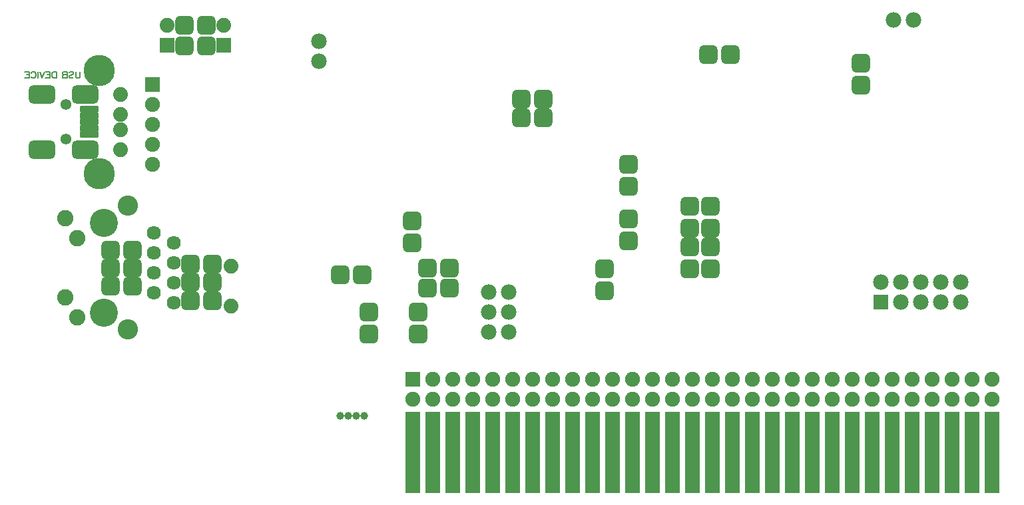
<source format=gbs>
G04*
G04  File:            ZXINET.GBS, Wed Apr 03 20:41:27 2019*
G04  Source:          P-CAD 2006 PCB, Version 19.02.958, (Z:\home\lvd\d\zxiznet\pcad\revD\zxinet.pcb)*
G04  Format:          Gerber Format (RS-274-D), ASCII*
G04*
G04  Format Options:  Absolute Positioning*
G04                   Leading-Zero Suppression*
G04                   Scale Factor 1:1*
G04                   NO Circular Interpolation*
G04                   Millimeter Units*
G04                   Numeric Format: 4.4 (XXXX.XXXX)*
G04                   G54 NOT Used for Aperture Change*
G04                   Apertures Embedded*
G04*
G04  File Options:    Offset = (0.000mm,0.000mm)*
G04                   Drill Symbol Size = 2.032mm*
G04                   No Pad/Via Holes*
G04*
G04  File Contents:   Pads*
G04                   No Vias*
G04                   No Designators*
G04                   No Types*
G04                   No Values*
G04                   No Drill Symbols*
G04                   Bot Mask*
G04*
%INZXINET.GBS*%
%ICAS*%
%MOMM*%
G04*
G04  Aperture MACROs for general use --- invoked via D-code assignment *
G04*
G04  General MACRO for flashed round with rotation and/or offset hole *
%AMROTOFFROUND*
1,1,$1,0.0000,0.0000*
1,0,$2,$3,$4*%
G04*
G04  General MACRO for flashed oval (obround) with rotation and/or offset hole *
%AMROTOFFOVAL*
21,1,$1,$2,0.0000,0.0000,$3*
1,1,$4,$5,$6*
1,1,$4,0-$5,0-$6*
1,0,$7,$8,$9*%
G04*
G04  General MACRO for flashed oval (obround) with rotation and no hole *
%AMROTOVALNOHOLE*
21,1,$1,$2,0.0000,0.0000,$3*
1,1,$4,$5,$6*
1,1,$4,0-$5,0-$6*%
G04*
G04  General MACRO for flashed rectangle with rotation and/or offset hole *
%AMROTOFFRECT*
21,1,$1,$2,0.0000,0.0000,$3*
1,0,$4,$5,$6*%
G04*
G04  General MACRO for flashed rectangle with rotation and no hole *
%AMROTRECTNOHOLE*
21,1,$1,$2,0.0000,0.0000,$3*%
G04*
G04  General MACRO for flashed rounded-rectangle *
%AMROUNDRECT*
21,1,$1,$2-$4,0.0000,0.0000,$3*
21,1,$1-$4,$2,0.0000,0.0000,$3*
1,1,$4,$5,$6*
1,1,$4,$7,$8*
1,1,$4,0-$5,0-$6*
1,1,$4,0-$7,0-$8*
1,0,$9,$10,$11*%
G04*
G04  General MACRO for flashed rounded-rectangle with rotation and no hole *
%AMROUNDRECTNOHOLE*
21,1,$1,$2-$4,0.0000,0.0000,$3*
21,1,$1-$4,$2,0.0000,0.0000,$3*
1,1,$4,$5,$6*
1,1,$4,$7,$8*
1,1,$4,0-$5,0-$6*
1,1,$4,0-$7,0-$8*%
G04*
G04  General MACRO for flashed regular polygon *
%AMREGPOLY*
5,1,$1,0.0000,0.0000,$2,$3+$4*
1,0,$5,$6,$7*%
G04*
G04  General MACRO for flashed regular polygon with no hole *
%AMREGPOLYNOHOLE*
5,1,$1,0.0000,0.0000,$2,$3+$4*%
G04*
G04  General MACRO for target *
%AMTARGET*
6,0,0,$1,$2,$3,4,$4,$5,$6*%
G04*
G04  General MACRO for mounting hole *
%AMMTHOLE*
1,1,$1,0,0*
1,0,$2,0,0*
$1=$1-$2*
$1=$1/2*
21,1,$2+$1,$3,0,0,$4*
21,1,$3,$2+$1,0,0,$4*%
G04*
G04*
G04  D10 : "Ellipse X0.254mm Y0.254mm H0.000mm 0.0deg (0.000mm,0.000mm) Draw"*
G04  Disc: OuterDia=0.2540*
%ADD10C, 0.2540*%
G04  D11 : "Ellipse X0.381mm Y0.381mm H0.000mm 0.0deg (0.000mm,0.000mm) Draw"*
G04  Disc: OuterDia=0.3810*
%ADD11C, 0.3810*%
G04  D12 : "Ellipse X0.500mm Y0.500mm H0.000mm 0.0deg (0.000mm,0.000mm) Draw"*
G04  Disc: OuterDia=0.5000*
%ADD12C, 0.5000*%
G04  D13 : "Ellipse X0.070mm Y0.070mm H0.000mm 0.0deg (0.000mm,0.000mm) Draw"*
G04  Disc: OuterDia=0.0700*
%ADD13C, 0.0700*%
G04  D14 : "Ellipse X0.600mm Y0.600mm H0.000mm 0.0deg (0.000mm,0.000mm) Draw"*
G04  Disc: OuterDia=0.6000*
%ADD14C, 0.6000*%
G04  D15 : "Ellipse X0.700mm Y0.700mm H0.000mm 0.0deg (0.000mm,0.000mm) Draw"*
G04  Disc: OuterDia=0.7000*
%ADD15C, 0.7000*%
G04  D16 : "Ellipse X0.100mm Y0.100mm H0.000mm 0.0deg (0.000mm,0.000mm) Draw"*
G04  Disc: OuterDia=0.1000*
%ADD16C, 0.1000*%
G04  D17 : "Ellipse X1.000mm Y1.000mm H0.000mm 0.0deg (0.000mm,0.000mm) Draw"*
G04  Disc: OuterDia=1.0000*
%ADD17C, 1.0000*%
G04  D18 : "Ellipse X0.127mm Y0.127mm H0.000mm 0.0deg (0.000mm,0.000mm) Draw"*
G04  Disc: OuterDia=0.1270*
%ADD18C, 0.1270*%
G04  D19 : "Ellipse X0.150mm Y0.150mm H0.000mm 0.0deg (0.000mm,0.000mm) Draw"*
G04  Disc: OuterDia=0.1500*
%ADD19C, 0.1500*%
G04  D20 : "Ellipse X0.200mm Y0.200mm H0.000mm 0.0deg (0.000mm,0.000mm) Draw"*
G04  Disc: OuterDia=0.2000*
%ADD20C, 0.2000*%
G04  D21 : "Ellipse X0.250mm Y0.250mm H0.000mm 0.0deg (0.000mm,0.000mm) Draw"*
G04  Disc: OuterDia=0.2500*
%ADD21C, 0.2500*%
G04  D22 : "Ellipse X0.250mm Y0.250mm H0.000mm 0.0deg (0.000mm,0.000mm) Draw"*
G04  Disc: OuterDia=0.2500*
%ADD22C, 0.2500*%
G04  D23 : "Ellipse X2.581mm Y2.581mm H0.000mm 0.0deg (0.000mm,0.000mm) Flash"*
G04  Disc: OuterDia=2.5810*
%ADD23C, 2.5810*%
G04  D24 : "Ellipse X3.581mm Y3.581mm H0.000mm 0.0deg (0.000mm,0.000mm) Flash"*
G04  Disc: OuterDia=3.5810*
%ADD24C, 3.5810*%
G04  D25 : "Ellipse X3.600mm Y3.600mm H0.000mm 0.0deg (0.000mm,0.000mm) Flash"*
G04  Disc: OuterDia=3.6000*
%ADD25C, 3.6000*%
G04  D26 : "Ellipse X3.981mm Y3.981mm H0.000mm 0.0deg (0.000mm,0.000mm) Flash"*
G04  Disc: OuterDia=3.9810*
%ADD26C, 3.9810*%
G04  D27 : "Ellipse X0.981mm Y0.981mm H0.000mm 0.0deg (0.000mm,0.000mm) Flash"*
G04  Disc: OuterDia=0.9810*
%ADD27C, 0.9810*%
G04  D28 : "Ellipse X1.381mm Y1.381mm H0.000mm 0.0deg (0.000mm,0.000mm) Flash"*
G04  Disc: OuterDia=1.3810*
%ADD28C, 1.3810*%
G04  D29 : "Ellipse X1.400mm Y1.400mm H0.000mm 0.0deg (0.000mm,0.000mm) Flash"*
G04  Disc: OuterDia=1.4000*
%ADD29C, 1.4000*%
G04  D30 : "Ellipse X1.500mm Y1.500mm H0.000mm 0.0deg (0.000mm,0.000mm) Flash"*
G04  Disc: OuterDia=1.5000*
%ADD30C, 1.5000*%
G04  D31 : "Ellipse X1.524mm Y1.524mm H0.000mm 0.0deg (0.000mm,0.000mm) Flash"*
G04  Disc: OuterDia=1.5240*
%ADD31C, 1.5240*%
G04  D32 : "Ellipse X1.600mm Y1.600mm H0.000mm 0.0deg (0.000mm,0.000mm) Flash"*
G04  Disc: OuterDia=1.6000*
%ADD32C, 1.6000*%
G04  D33 : "Ellipse X1.700mm Y1.700mm H0.000mm 0.0deg (0.000mm,0.000mm) Flash"*
G04  Disc: OuterDia=1.7000*
%ADD33C, 1.7000*%
G04  D34 : "Ellipse X1.781mm Y1.781mm H0.000mm 0.0deg (0.000mm,0.000mm) Flash"*
G04  Disc: OuterDia=1.7810*
%ADD34C, 1.7810*%
G04  D35 : "Ellipse X1.881mm Y1.881mm H0.000mm 0.0deg (0.000mm,0.000mm) Flash"*
G04  Disc: OuterDia=1.8810*
%ADD35C, 1.8810*%
G04  D36 : "Ellipse X1.905mm Y1.905mm H0.000mm 0.0deg (0.000mm,0.000mm) Flash"*
G04  Disc: OuterDia=1.9050*
%ADD36C, 1.9050*%
G04  D37 : "Ellipse X1.981mm Y1.981mm H0.000mm 0.0deg (0.000mm,0.000mm) Flash"*
G04  Disc: OuterDia=1.9810*
%ADD37C, 1.9810*%
G04  D38 : "Ellipse X2.081mm Y2.081mm H0.000mm 0.0deg (0.000mm,0.000mm) Flash"*
G04  Disc: OuterDia=2.0810*
%ADD38C, 2.0810*%
G04  D39 : "Ellipse X2.200mm Y2.200mm H0.000mm 0.0deg (0.000mm,0.000mm) Flash"*
G04  Disc: OuterDia=2.2000*
%ADD39C, 2.2000*%
G04  D40 : "Mounting Hole X3.200mm Y3.200mm H0.000mm 0.0deg (0.000mm,0.000mm) Flash"*
G04  Mounting Hole: Diameter=3.2000, Rotation=0.0, LineWidth=0.1270 *
%ADD40MTHOLE, 3.2000 X2.6920 X0.1270 X0.0*%
G04  D41 : "Mounting Hole X0.600mm Y0.600mm H0.000mm 0.0deg (0.000mm,0.000mm) Flash"*
G04  Mounting Hole: Diameter=0.6000, Rotation=0.0, LineWidth=0.1270 *
%ADD41MTHOLE, 0.6000 X0.0920 X0.1270 X0.0*%
G04  D42 : "Mounting Hole X1.000mm Y1.000mm H0.000mm 0.0deg (0.000mm,0.000mm) Flash"*
G04  Mounting Hole: Diameter=1.0000, Rotation=0.0, LineWidth=0.1270 *
%ADD42MTHOLE, 1.0000 X0.4920 X0.1270 X0.0*%
G04  D43 : "Rounded Rectangle X2.581mm Y2.381mm H0.000mm 0.0deg (0.000mm,0.000mm) Flash"*
G04  RoundRct: DimX=2.5810, DimY=2.3810, CornerRad=0.5953, Rotation=0.0, OffsetX=0.0000, OffsetY=0.0000, HoleDia=0.0000 *
%ADD43ROUNDRECTNOHOLE, 2.5810 X2.3810 X0.0 X1.1905 X-0.6953 X-0.5953 X-0.6953 X0.5953*%
G04  D44 : "Rounded Rectangle X2.881mm Y2.881mm H0.000mm 0.0deg (0.000mm,0.000mm) Flash"*
G04  RoundRct: DimX=2.8810, DimY=2.8810, CornerRad=0.7203, Rotation=0.0, OffsetX=0.0000, OffsetY=0.0000, HoleDia=0.0000 *
%ADD44ROUNDRECTNOHOLE, 2.8810 X2.8810 X0.0 X1.4405 X-0.7203 X-0.7203 X-0.7203 X0.7203*%
G04  D45 : "Rounded Rectangle X3.000mm Y1.600mm H0.000mm 0.0deg (0.000mm,0.000mm) Flash"*
G04  RoundRct: DimX=3.0000, DimY=1.6000, CornerRad=0.4000, Rotation=0.0, OffsetX=0.0000, OffsetY=0.0000, HoleDia=0.0000 *
%ADD45ROUNDRECTNOHOLE, 3.0000 X1.6000 X0.0 X0.8000 X-1.1000 X-0.4000 X-1.1000 X0.4000*%
G04  D46 : "Rounded Rectangle X2.000mm Y3.000mm H0.000mm 0.0deg (0.000mm,0.000mm) Flash"*
G04  RoundRct: DimX=2.0000, DimY=3.0000, CornerRad=0.5000, Rotation=0.0, OffsetX=0.0000, OffsetY=0.0000, HoleDia=0.0000 *
%ADD46ROUNDRECTNOHOLE, 2.0000 X3.0000 X0.0 X1.0000 X-0.5000 X-1.0000 X-0.5000 X1.0000*%
G04  D47 : "Rounded Rectangle X3.381mm Y1.981mm H0.000mm 0.0deg (0.000mm,0.000mm) Flash"*
G04  RoundRct: DimX=3.3810, DimY=1.9810, CornerRad=0.4953, Rotation=0.0, OffsetX=0.0000, OffsetY=0.0000, HoleDia=0.0000 *
%ADD47ROUNDRECTNOHOLE, 3.3810 X1.9810 X0.0 X0.9905 X-1.1953 X-0.4953 X-1.1953 X0.4953*%
G04  D48 : "Rounded Rectangle X2.381mm Y3.381mm H0.000mm 0.0deg (0.000mm,0.000mm) Flash"*
G04  RoundRct: DimX=2.3810, DimY=3.3810, CornerRad=0.5953, Rotation=0.0, OffsetX=0.0000, OffsetY=0.0000, HoleDia=0.0000 *
%ADD48ROUNDRECTNOHOLE, 2.3810 X3.3810 X0.0 X1.1905 X-0.5953 X-1.0953 X-0.5953 X1.0953*%
G04  D49 : "Rounded Rectangle X2.000mm Y0.500mm H0.000mm 0.0deg (0.000mm,0.000mm) Flash"*
G04  RoundRct: DimX=2.0000, DimY=0.5000, CornerRad=0.1250, Rotation=0.0, OffsetX=0.0000, OffsetY=0.0000, HoleDia=0.0000 *
%ADD49ROUNDRECTNOHOLE, 2.0000 X0.5000 X0.0 X0.2500 X-0.8750 X-0.1250 X-0.8750 X0.1250*%
G04  D50 : "Rounded Rectangle X6.200mm Y5.800mm H0.000mm 0.0deg (0.000mm,0.000mm) Flash"*
G04  RoundRct: DimX=6.2000, DimY=5.8000, CornerRad=1.4500, Rotation=0.0, OffsetX=0.0000, OffsetY=0.0000, HoleDia=0.0000 *
%ADD50ROUNDRECTNOHOLE, 6.2000 X5.8000 X0.0 X2.9000 X-1.6500 X-1.4500 X-1.6500 X1.4500*%
G04  D51 : "Rounded Rectangle X6.581mm Y6.181mm H0.000mm 0.0deg (0.000mm,0.000mm) Flash"*
G04  RoundRct: DimX=6.5810, DimY=6.1810, CornerRad=1.5453, Rotation=0.0, OffsetX=0.0000, OffsetY=0.0000, HoleDia=0.0000 *
%ADD51ROUNDRECTNOHOLE, 6.5810 X6.1810 X0.0 X3.0905 X-1.7453 X-1.5453 X-1.7453 X1.5453*%
G04  D52 : "Rounded Rectangle X1.300mm Y0.700mm H0.000mm 0.0deg (0.000mm,0.000mm) Flash"*
G04  RoundRct: DimX=1.3000, DimY=0.7000, CornerRad=0.1750, Rotation=0.0, OffsetX=0.0000, OffsetY=0.0000, HoleDia=0.0000 *
%ADD52ROUNDRECTNOHOLE, 1.3000 X0.7000 X0.0 X0.3500 X-0.4750 X-0.1750 X-0.4750 X0.1750*%
G04  D53 : "Rounded Rectangle X2.381mm Y0.881mm H0.000mm 0.0deg (0.000mm,0.000mm) Flash"*
G04  RoundRct: DimX=2.3810, DimY=0.8810, CornerRad=0.2203, Rotation=0.0, OffsetX=0.0000, OffsetY=0.0000, HoleDia=0.0000 *
%ADD53ROUNDRECTNOHOLE, 2.3810 X0.8810 X0.0 X0.4405 X-0.9703 X-0.2203 X-0.9703 X0.2203*%
G04  D54 : "Rounded Rectangle X1.681mm Y1.081mm H0.000mm 0.0deg (0.000mm,0.000mm) Flash"*
G04  RoundRct: DimX=1.6810, DimY=1.0810, CornerRad=0.2703, Rotation=0.0, OffsetX=0.0000, OffsetY=0.0000, HoleDia=0.0000 *
%ADD54ROUNDRECTNOHOLE, 1.6810 X1.0810 X0.0 X0.5405 X-0.5702 X-0.2703 X-0.5702 X0.2703*%
G04  D55 : "Rounded Rectangle X1.500mm Y2.000mm H0.000mm 0.0deg (0.000mm,0.000mm) Flash"*
G04  RoundRct: DimX=1.5000, DimY=2.0000, CornerRad=0.3750, Rotation=0.0, OffsetX=0.0000, OffsetY=0.0000, HoleDia=0.0000 *
%ADD55ROUNDRECTNOHOLE, 1.5000 X2.0000 X0.0 X0.7500 X-0.3750 X-0.6250 X-0.3750 X0.6250*%
G04  D56 : "Rounded Rectangle X2.000mm Y1.500mm H0.000mm 0.0deg (0.000mm,0.000mm) Flash"*
G04  RoundRct: DimX=2.0000, DimY=1.5000, CornerRad=0.3750, Rotation=0.0, OffsetX=0.0000, OffsetY=0.0000, HoleDia=0.0000 *
%ADD56ROUNDRECTNOHOLE, 2.0000 X1.5000 X0.0 X0.7500 X-0.6250 X-0.3750 X-0.6250 X0.3750*%
G04  D57 : "Rounded Rectangle X1.600mm Y0.300mm H0.000mm 0.0deg (0.000mm,0.000mm) Flash"*
G04  RoundRct: DimX=1.6000, DimY=0.3000, CornerRad=0.0750, Rotation=0.0, OffsetX=0.0000, OffsetY=0.0000, HoleDia=0.0000 *
%ADD57ROUNDRECTNOHOLE, 1.6000 X0.3000 X0.0 X0.1500 X-0.7250 X-0.0750 X-0.7250 X0.0750*%
G04  D58 : "Rounded Rectangle X0.300mm Y1.600mm H0.000mm 0.0deg (0.000mm,0.000mm) Flash"*
G04  RoundRct: DimX=0.3000, DimY=1.6000, CornerRad=0.0750, Rotation=0.0, OffsetX=0.0000, OffsetY=0.0000, HoleDia=0.0000 *
%ADD58ROUNDRECTNOHOLE, 0.3000 X1.6000 X0.0 X0.1500 X-0.0750 X-0.7250 X-0.0750 X0.7250*%
G04  D59 : "Rounded Rectangle X3.000mm Y1.700mm H0.000mm 0.0deg (0.000mm,0.000mm) Flash"*
G04  RoundRct: DimX=3.0000, DimY=1.7000, CornerRad=0.4250, Rotation=0.0, OffsetX=0.0000, OffsetY=0.0000, HoleDia=0.0000 *
%ADD59ROUNDRECTNOHOLE, 3.0000 X1.7000 X0.0 X0.8500 X-1.0750 X-0.4250 X-1.0750 X0.4250*%
G04  D60 : "Rounded Rectangle X1.881mm Y2.381mm H0.000mm 0.0deg (0.000mm,0.000mm) Flash"*
G04  RoundRct: DimX=1.8810, DimY=2.3810, CornerRad=0.4703, Rotation=0.0, OffsetX=0.0000, OffsetY=0.0000, HoleDia=0.0000 *
%ADD60ROUNDRECTNOHOLE, 1.8810 X2.3810 X0.0 X0.9405 X-0.4703 X-0.7203 X-0.4703 X0.7203*%
G04  D61 : "Rounded Rectangle X2.381mm Y1.881mm H0.000mm 0.0deg (0.000mm,0.000mm) Flash"*
G04  RoundRct: DimX=2.3810, DimY=1.8810, CornerRad=0.4703, Rotation=0.0, OffsetX=0.0000, OffsetY=0.0000, HoleDia=0.0000 *
%ADD61ROUNDRECTNOHOLE, 2.3810 X1.8810 X0.0 X0.9405 X-0.7203 X-0.4703 X-0.7203 X0.4703*%
G04  D62 : "Rounded Rectangle X1.981mm Y0.681mm H0.000mm 0.0deg (0.000mm,0.000mm) Flash"*
G04  RoundRct: DimX=1.9810, DimY=0.6810, CornerRad=0.1703, Rotation=0.0, OffsetX=0.0000, OffsetY=0.0000, HoleDia=0.0000 *
%ADD62ROUNDRECTNOHOLE, 1.9810 X0.6810 X0.0 X0.3405 X-0.8203 X-0.1703 X-0.8203 X0.1703*%
G04  D63 : "Rounded Rectangle X0.681mm Y1.981mm H0.000mm 0.0deg (0.000mm,0.000mm) Flash"*
G04  RoundRct: DimX=0.6810, DimY=1.9810, CornerRad=0.1703, Rotation=0.0, OffsetX=0.0000, OffsetY=0.0000, HoleDia=0.0000 *
%ADD63ROUNDRECTNOHOLE, 0.6810 X1.9810 X0.0 X0.3405 X-0.1703 X-0.8203 X-0.1703 X0.8203*%
G04  D64 : "Rounded Rectangle X3.000mm Y2.000mm H0.000mm 0.0deg (0.000mm,0.000mm) Flash"*
G04  RoundRct: DimX=3.0000, DimY=2.0000, CornerRad=0.5000, Rotation=0.0, OffsetX=0.0000, OffsetY=0.0000, HoleDia=0.0000 *
%ADD64ROUNDRECTNOHOLE, 3.0000 X2.0000 X0.0 X1.0000 X-1.0000 X-0.5000 X-1.0000 X0.5000*%
G04  D65 : "Rounded Rectangle X2.000mm Y0.650mm H0.000mm 0.0deg (0.000mm,0.000mm) Flash"*
G04  RoundRct: DimX=2.0000, DimY=0.6500, CornerRad=0.1625, Rotation=0.0, OffsetX=0.0000, OffsetY=0.0000, HoleDia=0.0000 *
%ADD65ROUNDRECTNOHOLE, 2.0000 X0.6500 X0.0 X0.3250 X-0.8375 X-0.1625 X-0.8375 X0.1625*%
G04  D66 : "Rounded Rectangle X2.000mm Y2.000mm H0.000mm 0.0deg (0.000mm,0.000mm) Flash"*
G04  RoundRct: DimX=2.0000, DimY=2.0000, CornerRad=0.5000, Rotation=0.0, OffsetX=0.0000, OffsetY=0.0000, HoleDia=0.0000 *
%ADD66ROUNDRECTNOHOLE, 2.0000 X2.0000 X0.0 X1.0000 X-0.5000 X-0.5000 X-0.5000 X0.5000*%
G04  D67 : "Rounded Rectangle X3.381mm Y2.081mm H0.000mm 0.0deg (0.000mm,0.000mm) Flash"*
G04  RoundRct: DimX=3.3810, DimY=2.0810, CornerRad=0.5202, Rotation=0.0, OffsetX=0.0000, OffsetY=0.0000, HoleDia=0.0000 *
%ADD67ROUNDRECTNOHOLE, 3.3810 X2.0810 X0.0 X1.0405 X-1.1703 X-0.5202 X-1.1703 X0.5202*%
G04  D68 : "Rounded Rectangle X2.200mm Y2.000mm H0.000mm 0.0deg (0.000mm,0.000mm) Flash"*
G04  RoundRct: DimX=2.2000, DimY=2.0000, CornerRad=0.5000, Rotation=0.0, OffsetX=0.0000, OffsetY=0.0000, HoleDia=0.0000 *
%ADD68ROUNDRECTNOHOLE, 2.2000 X2.0000 X0.0 X1.0000 X-0.6000 X-0.5000 X-0.6000 X0.5000*%
G04  D69 : "Rounded Rectangle X3.381mm Y2.381mm H0.000mm 0.0deg (0.000mm,0.000mm) Flash"*
G04  RoundRct: DimX=3.3810, DimY=2.3810, CornerRad=0.5953, Rotation=0.0, OffsetX=0.0000, OffsetY=0.0000, HoleDia=0.0000 *
%ADD69ROUNDRECTNOHOLE, 3.3810 X2.3810 X0.0 X1.1905 X-1.0953 X-0.5953 X-1.0953 X0.5953*%
G04  D70 : "Rounded Rectangle X2.381mm Y1.031mm H0.000mm 0.0deg (0.000mm,0.000mm) Flash"*
G04  RoundRct: DimX=2.3810, DimY=1.0310, CornerRad=0.2578, Rotation=0.0, OffsetX=0.0000, OffsetY=0.0000, HoleDia=0.0000 *
%ADD70ROUNDRECTNOHOLE, 2.3810 X1.0310 X0.0 X0.5155 X-0.9328 X-0.2578 X-0.9328 X0.2578*%
G04  D71 : "Rounded Rectangle X2.381mm Y2.381mm H0.000mm 0.0deg (0.000mm,0.000mm) Flash"*
G04  RoundRct: DimX=2.3810, DimY=2.3810, CornerRad=0.5953, Rotation=0.0, OffsetX=0.0000, OffsetY=0.0000, HoleDia=0.0000 *
%ADD71ROUNDRECTNOHOLE, 2.3810 X2.3810 X0.0 X1.1905 X-0.5953 X-0.5953 X-0.5953 X0.5953*%
G04  D72 : "Rounded Rectangle X2.500mm Y2.500mm H0.000mm 0.0deg (0.000mm,0.000mm) Flash"*
G04  RoundRct: DimX=2.5000, DimY=2.5000, CornerRad=0.6250, Rotation=0.0, OffsetX=0.0000, OffsetY=0.0000, HoleDia=0.0000 *
%ADD72ROUNDRECTNOHOLE, 2.5000 X2.5000 X0.0 X1.2500 X-0.6250 X-0.6250 X-0.6250 X0.6250*%
G04  D73 : "Rectangle X1.500mm Y10.000mm H0.000mm 0.0deg (0.000mm,0.000mm) Flash"*
G04  Rectangular: DimX=1.5000, DimY=10.0000, Rotation=0.0, OffsetX=0.0000, OffsetY=0.0000, HoleDia=0.0000 *
%ADD73R, 1.5000 X10.0000*%
G04  D74 : "Rectangle X1.500mm Y1.500mm H0.000mm 0.0deg (0.000mm,0.000mm) Flash"*
G04  Square: Side=1.5000, Rotation=0.0, OffsetX=0.0000, OffsetY=0.0000, HoleDia=0.0000*
%ADD74R, 1.5000 X1.5000*%
G04  D75 : "Rectangle X1.524mm Y1.524mm H0.000mm 0.0deg (0.000mm,0.000mm) Flash"*
G04  Square: Side=1.5240, Rotation=0.0, OffsetX=0.0000, OffsetY=0.0000, HoleDia=0.0000*
%ADD75R, 1.5240 X1.5240*%
G04  D76 : "Rectangle X1.600mm Y0.300mm H0.000mm 0.0deg (0.000mm,0.000mm) Flash"*
G04  Rectangular: DimX=1.6000, DimY=0.3000, Rotation=0.0, OffsetX=0.0000, OffsetY=0.0000, HoleDia=0.0000 *
%ADD76R, 1.6000 X0.3000*%
G04  D77 : "Rectangle X0.300mm Y1.600mm H0.000mm 0.0deg (0.000mm,0.000mm) Flash"*
G04  Rectangular: DimX=0.3000, DimY=1.6000, Rotation=0.0, OffsetX=0.0000, OffsetY=0.0000, HoleDia=0.0000 *
%ADD77R, 0.3000 X1.6000*%
G04  D78 : "Rectangle X1.600mm Y1.600mm H0.000mm 0.0deg (0.000mm,0.000mm) Flash"*
G04  Square: Side=1.6000, Rotation=0.0, OffsetX=0.0000, OffsetY=0.0000, HoleDia=0.0000*
%ADD78R, 1.6000 X1.6000*%
G04  D79 : "Rectangle X1.881mm Y10.381mm H0.000mm 0.0deg (0.000mm,0.000mm) Flash"*
G04  Rectangular: DimX=1.8810, DimY=10.3810, Rotation=0.0, OffsetX=0.0000, OffsetY=0.0000, HoleDia=0.0000 *
%ADD79R, 1.8810 X10.3810*%
G04  D80 : "Rectangle X1.881mm Y1.881mm H0.000mm 0.0deg (0.000mm,0.000mm) Flash"*
G04  Square: Side=1.8810, Rotation=0.0, OffsetX=0.0000, OffsetY=0.0000, HoleDia=0.0000*
%ADD80R, 1.8810 X1.8810*%
G04  D81 : "Rectangle X1.905mm Y1.905mm H0.000mm 0.0deg (0.000mm,0.000mm) Flash"*
G04  Square: Side=1.9050, Rotation=0.0, OffsetX=0.0000, OffsetY=0.0000, HoleDia=0.0000*
%ADD81R, 1.9050 X1.9050*%
G04  D82 : "Rectangle X1.981mm Y0.681mm H0.000mm 0.0deg (0.000mm,0.000mm) Flash"*
G04  Rectangular: DimX=1.9810, DimY=0.6810, Rotation=0.0, OffsetX=0.0000, OffsetY=0.0000, HoleDia=0.0000 *
%ADD82R, 1.9810 X0.6810*%
G04  D83 : "Rectangle X0.681mm Y1.981mm H0.000mm 0.0deg (0.000mm,0.000mm) Flash"*
G04  Rectangular: DimX=0.6810, DimY=1.9810, Rotation=0.0, OffsetX=0.0000, OffsetY=0.0000, HoleDia=0.0000 *
%ADD83R, 0.6810 X1.9810*%
G04  D84 : "Rectangle X1.981mm Y1.981mm H0.000mm 0.0deg (0.000mm,0.000mm) Flash"*
G04  Square: Side=1.9810, Rotation=0.0, OffsetX=0.0000, OffsetY=0.0000, HoleDia=0.0000*
%ADD84R, 1.9810 X1.9810*%
G04  D85 : "Ellipse X5.500mm Y5.500mm H0.000mm 0.0deg (0.000mm,0.000mm) Flash"*
G04  Disc: OuterDia=5.5000*
%ADD85C, 5.5000*%
G04  D86 : "Ellipse X5.881mm Y5.881mm H0.000mm 0.0deg (0.000mm,0.000mm) Flash"*
G04  Disc: OuterDia=5.8810*
%ADD86C, 5.8810*%
G04  D87 : "Ellipse X1.000mm Y1.000mm H0.000mm 0.0deg (0.000mm,0.000mm) Flash"*
G04  Disc: OuterDia=1.0000*
%ADD87C, 1.0000*%
G04*
%FSLAX44Y44*%
%SFA1B1*%
%OFA0.000B0.000*%
G04*
G71*
G90*
G01*
D2*
%LNBot Mask*%
D18*
X235403Y4468173*
Y4462187D1*
X235004Y4460990*
X234206Y4460192*
X233009Y4459793*
X232211*
X231014Y4460192*
X230215Y4460990*
X229816Y4462187*
Y4468173*
X221436Y4466976D2*
X222234Y4467774D1*
X223431Y4468173*
X225028*
X226225Y4467774*
X227023Y4466976*
Y4466178*
X226624Y4465380*
X226225Y4464981*
X225427Y4464582*
X223032Y4463784*
X222234Y4463385*
X221835Y4462986*
X221436Y4462187*
Y4460990*
X222234Y4460192*
X223431Y4459793*
X225028*
X226225Y4460192*
X227023Y4460990*
X218643Y4468173D2*
Y4459793D1*
X215051*
X213854Y4460192*
X213455Y4460591*
X213056Y4461389*
Y4462586*
X213455Y4463385*
X213854Y4463784*
X215051Y4464183*
X213854Y4464582*
X213455Y4464981*
X213056Y4465779*
Y4466577*
X213455Y4467375*
X213854Y4467774*
X215051Y4468173*
X218643*
Y4464183D2*
X215051D1*
X205074Y4468173D2*
Y4459793D1*
X202281*
X201084Y4460192*
X200285Y4460990*
X199886Y4461788*
X199487Y4462986*
Y4464981*
X199886Y4466178*
X200285Y4466976*
X201084Y4467774*
X202281Y4468173*
X205074*
X191506D2*
X196694D1*
Y4459793*
X191506*
X196694Y4464183D2*
X193501D1*
X190309Y4468173D2*
X187116Y4459793D1*
X183924Y4468173*
X181928D2*
Y4459793D1*
X173149Y4466178D2*
X173548Y4466976D1*
X174346Y4467774*
X175144Y4468173*
X176740*
X177539Y4467774*
X178337Y4466976*
X178736Y4466178*
X179135Y4464981*
Y4462986*
X178736Y4461788*
X178337Y4460990*
X177539Y4460192*
X176740Y4459793*
X175144*
X174346Y4460192*
X173548Y4460990*
X173149Y4461788*
X165168Y4468173D2*
X170355D1*
Y4459793*
X165168*
X170355Y4464183D2*
X167163D1*
D2*
D27*
X596500Y4030500D3*
X586500D3*
X576500D3*
X566500D3*
D71*
X796130Y4433170D3*
X824070D3*
D37*
X1270000Y4533900D3*
D35*
X427000Y4170200D3*
Y4221000D3*
D71*
X665000Y4162000D3*
Y4134060D3*
X824130Y4409170D3*
X796190D3*
X274000Y4241000D3*
X301940D3*
X274000Y4218000D3*
X301940D3*
X404000Y4177000D3*
X376060D3*
X404000Y4223000D3*
X376060D3*
X594000Y4210000D3*
X566060D3*
X396000Y4527000D3*
X368060D3*
D37*
X780100Y4162010D3*
X754700D3*
D71*
X1011000Y4217000D3*
Y4244940D3*
X1037000Y4217000D3*
Y4244940D3*
X1228000Y4451000D3*
Y4478940D3*
D37*
X1295400Y4533900D3*
D71*
X274000Y4195000D3*
X301940D3*
D28*
X217000Y4426000D3*
D69*
X187000Y4369000D3*
X242000D3*
X187000Y4439000D3*
X242000D3*
D53*
X247000Y4404000D3*
Y4412000D3*
Y4420000D3*
Y4396000D3*
Y4388000D3*
D28*
X217000Y4382000D3*
D35*
X287000Y4369000D3*
Y4439000D3*
Y4414000D3*
Y4394000D3*
D26*
X259900Y4338300D3*
Y4469700D3*
D71*
X404000Y4200000D3*
X376060D3*
X603000Y4162000D3*
Y4134060D3*
D35*
X418000Y4527000D3*
D80*
Y4501600D3*
D37*
X539000Y4481300D3*
Y4506700D3*
D71*
X368000Y4501000D3*
X395940D3*
D37*
X780100Y4187410D3*
X754700D3*
X780100Y4136610D3*
X754700D3*
D71*
X677000Y4218000D3*
X704940D3*
X677000Y4193000D3*
X704940D3*
X933000Y4253000D3*
Y4280940D3*
X902000Y4189000D3*
Y4216940D3*
X933000Y4350000D3*
Y4322060D3*
X1034000Y4490000D3*
X1061940D3*
X1011000Y4297000D3*
Y4269060D3*
X1037000Y4297000D3*
Y4269060D3*
D84*
X1254000Y4175000D3*
D37*
Y4200400D3*
X1355600D3*
Y4175000D3*
X1330200D3*
Y4200400D3*
X1304800Y4175000D3*
Y4200400D3*
X1279400Y4175000D3*
Y4200400D3*
D71*
X658000Y4250000D3*
Y4277940D3*
D36*
X327000Y4426400D3*
Y4401000D3*
Y4350200D3*
Y4375600D3*
D81*
Y4451800D3*
D35*
X346000Y4527000D3*
D80*
Y4501600D3*
D23*
X296000Y4139800D3*
D38*
X231700Y4155300D3*
D34*
X329000Y4237600D3*
Y4212200D3*
D23*
X296000Y4297300D3*
D38*
X216500Y4281800D3*
D34*
X354400Y4174100D3*
Y4199500D3*
Y4224900D3*
Y4250300D3*
X329000Y4263000D3*
Y4186800D3*
D38*
X231700Y4256400D3*
X216500Y4180700D3*
D24*
X265500Y4161400D3*
Y4275700D3*
D36*
X683930Y4076570D3*
D81*
X658530D3*
D36*
X734730D3*
X760130D3*
X810930D3*
X836330D3*
X887130D3*
X912530D3*
X963330D3*
X988730D3*
X1039530D3*
X1064930D3*
X1115730D3*
X1141130D3*
X1191930D3*
X1217330D3*
X1268130D3*
X1293530D3*
X1344330D3*
X1369730D3*
X658530Y4051170D3*
X683930D3*
X734730D3*
X760130D3*
X810930D3*
X836330D3*
X887130D3*
X912530D3*
X963330D3*
X988730D3*
X1039530D3*
X1064930D3*
X1115730D3*
X1141130D3*
X1191930D3*
X1217330D3*
X1268130D3*
X1293530D3*
X1344330D3*
X1369730D3*
X709330Y4076570D3*
X785530D3*
X861730D3*
X937930D3*
X1014130D3*
X1090330D3*
X1166530D3*
X1242730D3*
X1318930D3*
X1395130D3*
X709330Y4051170D3*
X785530D3*
X861730D3*
X937930D3*
X1014130D3*
X1090330D3*
X1166530D3*
X1242730D3*
X1318930D3*
X1395130D3*
D79*
X658530Y3983860D3*
X709330D3*
X734730D3*
X785530D3*
X810930D3*
X861730D3*
X887130D3*
X963330D3*
X937930D3*
X1014130D3*
X1039530D3*
X1090330D3*
X1115730D3*
X1191930D3*
X1166530D3*
X1242730D3*
X1268130D3*
X1318930D3*
X1344330D3*
X1395130D3*
X683930D3*
X760130D3*
X836330D3*
X912530D3*
X988730D3*
X1064930D3*
X1141130D3*
X1217330D3*
X1293530D3*
X1369730D3*
D02M02*

</source>
